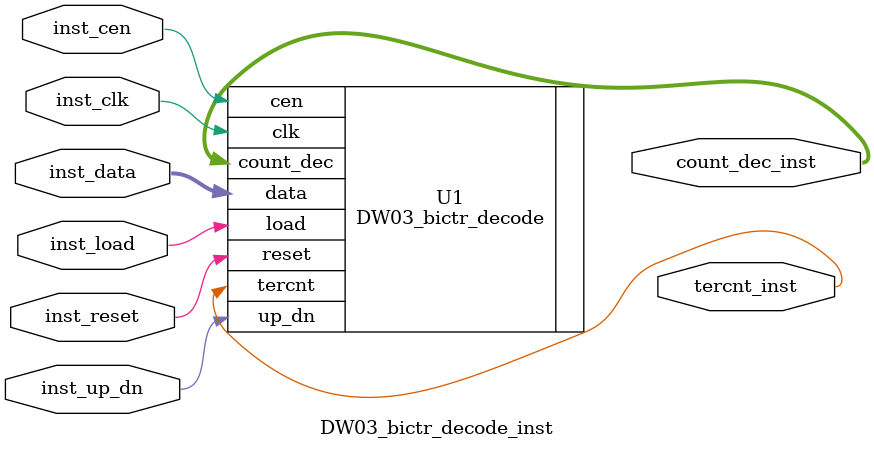
<source format=v>
module DW03_bictr_decode_inst( inst_data, inst_up_dn, 
                               inst_load, inst_cen, inst_clk, 
                               inst_reset, count_dec_inst, tercnt_inst );

  parameter width = 8;

  input [width-1 : 0] inst_data;
  input inst_up_dn;
  input inst_load;
  input inst_cen;
  input inst_clk;
  input inst_reset;
  output [(1<<width)-1 : 0] count_dec_inst;
  output tercnt_inst;

  // Instance of DW03_bictr_decode
    DW03_bictr_decode #(width)
      U1 ( .data(inst_data), .up_dn(inst_up_dn), .load(inst_load),
           .cen(inst_cen), .clk(inst_clk), .reset(inst_reset),
           .count_dec(count_dec_inst), .tercnt(tercnt_inst) );

endmodule


</source>
